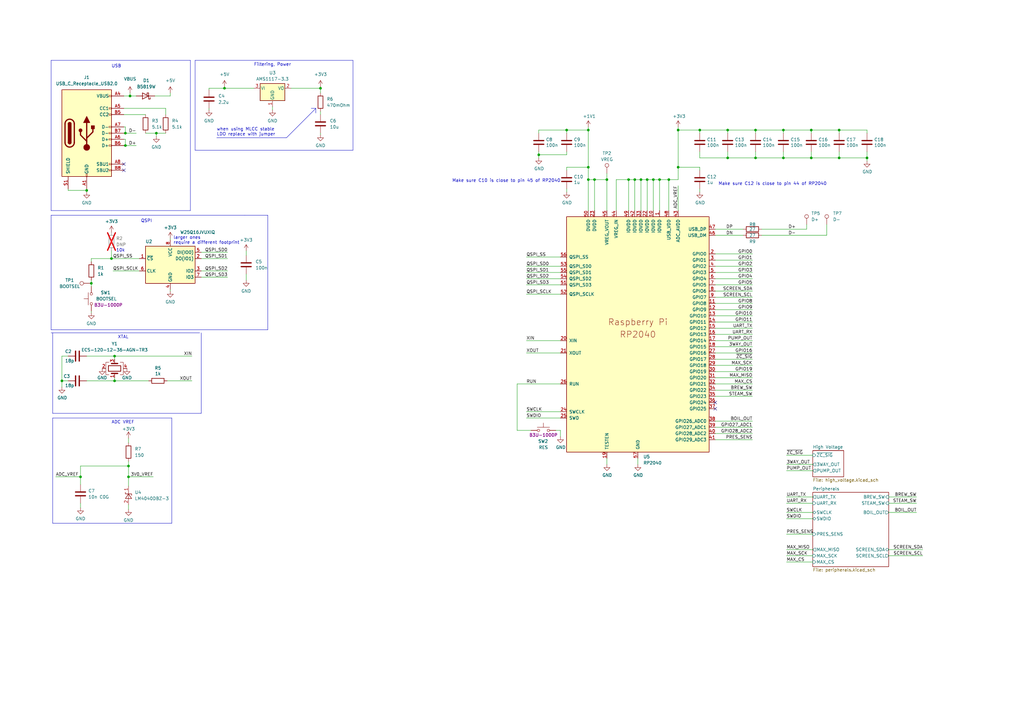
<source format=kicad_sch>
(kicad_sch (version 20231120) (generator "eeschema") (generator_version "8.0")
  (paper "A3")
  (lib_symbols
    (symbol "Connector:TestPoint" (pin_numbers hide) (pin_names (offset 0.762) hide)
      (property "Reference" "TP" (at 0 6.858 0))
      (property "Value" "TestPoint" (at 0 5.08 0))
      (symbol "TestPoint_1_1"
        (pin passive line (at 0 0 90) (length 2.54) (name "1") (number "1"))
      )
    )
    (symbol "Connector:USB_C_Receptacle_USB2.0" (pin_names (offset 1.016))
      (property "Reference" "J" (at -10.16 19.05 0))
      (property "Value" "USB_C_Receptacle_USB2.0" (at 19.05 19.05 0))
      (symbol "USB_C_Receptacle_USB2.0_1_1"
        (pin passive line (at 0 -22.86 90) (length 5.08) (name "GND") (number "A1"))
        (pin passive line (at 0 -22.86 90) (length 5.08) hide (name "GND") (number "A12"))
        (pin passive line (at 15.24 15.24 180) (length 5.08) (name "VBUS") (number "A4"))
        (pin bidirectional line (at 15.24 10.16 180) (length 5.08) (name "CC1") (number "A5"))
        (pin bidirectional line (at 15.24 -2.54 180) (length 5.08) (name "D+") (number "A6"))
        (pin bidirectional line (at 15.24 2.54 180) (length 5.08) (name "D-") (number "A7"))
        (pin bidirectional line (at 15.24 -12.7 180) (length 5.08) (name "SBU1") (number "A8"))
        (pin passive line (at 15.24 15.24 180) (length 5.08) hide (name "VBUS") (number "A9"))
        (pin passive line (at 0 -22.86 90) (length 5.08) hide (name "GND") (number "B1"))
        (pin passive line (at 0 -22.86 90) (length 5.08) hide (name "GND") (number "B12"))
        (pin passive line (at 15.24 15.24 180) (length 5.08) hide (name "VBUS") (number "B4"))
        (pin bidirectional line (at 15.24 7.62 180) (length 5.08) (name "CC2") (number "B5"))
        (pin bidirectional line (at 15.24 -5.08 180) (length 5.08) (name "D+") (number "B6"))
        (pin bidirectional line (at 15.24 0 180) (length 5.08) (name "D-") (number "B7"))
        (pin bidirectional line (at 15.24 -15.24 180) (length 5.08) (name "SBU2") (number "B8"))
        (pin passive line (at 15.24 15.24 180) (length 5.08) hide (name "VBUS") (number "B9"))
        (pin passive line (at -7.62 -22.86 90) (length 5.08) (name "SHIELD") (number "S1"))
      )
    )
    (symbol "Device:C" (pin_numbers hide) (pin_names (offset 0.254))
      (property "Reference" "C" (at 0.635 2.54 0))
      (property "Value" "C" (at 0.635 -2.54 0))
      (symbol "C_1_1"
        (pin passive line (at 0 3.81 270) (length 2.794) (name "~") (number "1"))
        (pin passive line (at 0 -3.81 90) (length 2.794) (name "~") (number "2"))
      )
    )
    (symbol "Device:Crystal_GND24" (pin_names (offset 1.016) hide)
      (property "Reference" "Y" (at 3.175 5.08 0))
      (property "Value" "Crystal_GND24" (at 3.175 3.175 0))
      (symbol "Crystal_GND24_1_1"
        (pin passive line (at -3.81 0 0) (length 1.27) (name "1") (number "1"))
        (pin passive line (at 0 5.08 270) (length 1.27) (name "2") (number "2"))
        (pin passive line (at 3.81 0 180) (length 1.27) (name "3") (number "3"))
        (pin passive line (at 0 -5.08 90) (length 1.27) (name "4") (number "4"))
      )
    )
    (symbol "Device:D_Schottky" (pin_numbers hide) (pin_names (offset 1.016) hide)
      (property "Reference" "D" (at 0 2.54 0))
      (property "Value" "D_Schottky" (at 0 -2.54 0))
      (symbol "D_Schottky_1_1"
        (pin passive line (at -3.81 0 0) (length 2.54) (name "K") (number "1"))
        (pin passive line (at 3.81 0 180) (length 2.54) (name "A") (number "2"))
      )
    )
    (symbol "Device:R" (pin_numbers hide) (pin_names (offset 0))
      (property "Reference" "R" (at 2.032 0 90))
      (property "Value" "R" (at 0 0 90))
      (symbol "R_1_1"
        (pin passive line (at 0 3.81 270) (length 1.27) (name "~") (number "1"))
        (pin passive line (at 0 -3.81 90) (length 1.27) (name "~") (number "2"))
      )
    )
    (symbol "MCU_RaspberryPi_RP2040:RP2040" (pin_names (offset 1.016))
      (property "Reference" "U" (at -29.21 49.53 0))
      (property "Value" "RP2040" (at 24.13 -49.53 0))
      (symbol "RP2040_0_0"
        (text "Raspberry Pi" (at 0 5.08 0) (effects (font (size 2.54 2.54))))
        (text "RP2040" (at 0 0 0) (effects (font (size 2.54 2.54))))
      )
      (symbol "RP2040_1_1"
        (pin power_in line (at 8.89 50.8 270) (length 2.54) (name "IOVDD") (number "1"))
        (pin power_in line (at 6.35 50.8 270) (length 2.54) (name "IOVDD") (number "10"))
        (pin bidirectional line (at 31.75 12.7 180) (length 2.54) (name "GPIO8") (number "11"))
        (pin bidirectional line (at 31.75 10.16 180) (length 2.54) (name "GPIO9") (number "12"))
        (pin bidirectional line (at 31.75 7.62 180) (length 2.54) (name "GPIO10") (number "13"))
        (pin bidirectional line (at 31.75 5.08 180) (length 2.54) (name "GPIO11") (number "14"))
        (pin bidirectional line (at 31.75 2.54 180) (length 2.54) (name "GPIO12") (number "15"))
        (pin bidirectional line (at 31.75 0 180) (length 2.54) (name "GPIO13") (number "16"))
        (pin bidirectional line (at 31.75 -2.54 180) (length 2.54) (name "GPIO14") (number "17"))
        (pin bidirectional line (at 31.75 -5.08 180) (length 2.54) (name "GPIO15") (number "18"))
        (pin passive line (at -12.7 -50.8 90) (length 2.54) (name "TESTEN") (number "19"))
        (pin bidirectional line (at 31.75 33.02 180) (length 2.54) (name "GPIO0") (number "2"))
        (pin input line (at -31.75 -2.54 0) (length 2.54) (name "XIN") (number "20"))
        (pin passive line (at -31.75 -7.62 0) (length 2.54) (name "XOUT") (number "21"))
        (pin power_in line (at 3.81 50.8 270) (length 2.54) (name "IOVDD") (number "22"))
        (pin power_in line (at -17.78 50.8 270) (length 2.54) (name "DVDD") (number "23"))
        (pin output line (at -31.75 -31.75 0) (length 2.54) (name "SWCLK") (number "24"))
        (pin bidirectional line (at -31.75 -34.29 0) (length 2.54) (name "SWD") (number "25"))
        (pin input line (at -31.75 -20.32 0) (length 2.54) (name "RUN") (number "26"))
        (pin bidirectional line (at 31.75 -7.62 180) (length 2.54) (name "GPIO16") (number "27"))
        (pin bidirectional line (at 31.75 -10.16 180) (length 2.54) (name "GPIO17") (number "28"))
        (pin bidirectional line (at 31.75 -12.7 180) (length 2.54) (name "GPIO18") (number "29"))
        (pin bidirectional line (at 31.75 30.48 180) (length 2.54) (name "GPIO1") (number "3"))
        (pin bidirectional line (at 31.75 -15.24 180) (length 2.54) (name "GPIO19") (number "30"))
        (pin bidirectional line (at 31.75 -17.78 180) (length 2.54) (name "GPIO20") (number "31"))
        (pin bidirectional line (at 31.75 -20.32 180) (length 2.54) (name "GPIO21") (number "32"))
        (pin power_in line (at 1.27 50.8 270) (length 2.54) (name "IOVDD") (number "33"))
        (pin bidirectional line (at 31.75 -22.86 180) (length 2.54) (name "GPIO22") (number "34"))
        (pin bidirectional line (at 31.75 -25.4 180) (length 2.54) (name "GPIO23") (number "35"))
        (pin bidirectional line (at 31.75 -27.94 180) (length 2.54) (name "GPIO24") (number "36"))
        (pin bidirectional line (at 31.75 -30.48 180) (length 2.54) (name "GPIO25") (number "37"))
        (pin bidirectional line (at 31.75 -35.56 180) (length 2.54) (name "GPIO26_ADC0") (number "38"))
        (pin bidirectional line (at 31.75 -38.1 180) (length 2.54) (name "GPIO27_ADC1") (number "39"))
        (pin bidirectional line (at 31.75 27.94 180) (length 2.54) (name "GPIO2") (number "4"))
        (pin bidirectional line (at 31.75 -40.64 180) (length 2.54) (name "GPIO28_ADC2") (number "40"))
        (pin bidirectional line (at 31.75 -43.18 180) (length 2.54) (name "GPIO29_ADC3") (number "41"))
        (pin power_in line (at -1.27 50.8 270) (length 2.54) (name "IOVDD") (number "42"))
        (pin power_in line (at 16.51 50.8 270) (length 2.54) (name "ADC_AVDD") (number "43"))
        (pin power_in line (at -8.89 50.8 270) (length 2.54) (name "VREG_IN") (number "44"))
        (pin power_out line (at -12.7 50.8 270) (length 2.54) (name "VREG_VOUT") (number "45"))
        (pin bidirectional line (at 31.75 40.64 180) (length 2.54) (name "USB_DM") (number "46"))
        (pin bidirectional line (at 31.75 43.18 180) (length 2.54) (name "USB_DP") (number "47"))
        (pin power_in line (at 12.7 50.8 270) (length 2.54) (name "USB_VDD") (number "48"))
        (pin power_in line (at -3.81 50.8 270) (length 2.54) (name "IOVDD") (number "49"))
        (pin bidirectional line (at 31.75 25.4 180) (length 2.54) (name "GPIO3") (number "5"))
        (pin power_in line (at -20.32 50.8 270) (length 2.54) (name "DVDD") (number "50"))
        (pin bidirectional line (at -31.75 20.32 0) (length 2.54) (name "QSPI_SD3") (number "51"))
        (pin output line (at -31.75 16.51 0) (length 2.54) (name "QSPI_SCLK") (number "52"))
        (pin bidirectional line (at -31.75 27.94 0) (length 2.54) (name "QSPI_SD0") (number "53"))
        (pin bidirectional line (at -31.75 22.86 0) (length 2.54) (name "QSPI_SD2") (number "54"))
        (pin bidirectional line (at -31.75 25.4 0) (length 2.54) (name "QSPI_SD1") (number "55"))
        (pin bidirectional line (at -31.75 31.75 0) (length 2.54) (name "QSPI_SS") (number "56"))
        (pin power_in line (at 0 -50.8 90) (length 2.54) (name "GND") (number "57"))
        (pin bidirectional line (at 31.75 22.86 180) (length 2.54) (name "GPIO4") (number "6"))
        (pin bidirectional line (at 31.75 20.32 180) (length 2.54) (name "GPIO5") (number "7"))
        (pin bidirectional line (at 31.75 17.78 180) (length 2.54) (name "GPIO6") (number "8"))
        (pin bidirectional line (at 31.75 15.24 180) (length 2.54) (name "GPIO7") (number "9"))
      )
    )
    (symbol "Memory_Flash:W25Q128JVS"
      (property "Reference" "U" (at -8.89 8.89 0))
      (property "Value" "W25Q128JVS" (at 7.62 8.89 0))
      (symbol "W25Q128JVS_1_1"
        (pin input line (at -12.7 2.54 0) (length 2.54) (name "~{CS}") (number "1"))
        (pin bidirectional line (at 12.7 2.54 180) (length 2.54) (name "DO(IO1)") (number "2"))
        (pin bidirectional line (at 12.7 -2.54 180) (length 2.54) (name "IO2") (number "3"))
        (pin power_in line (at 0 -10.16 90) (length 2.54) (name "GND") (number "4"))
        (pin bidirectional line (at 12.7 5.08 180) (length 2.54) (name "DI(IO0)") (number "5"))
        (pin input line (at -12.7 -2.54 0) (length 2.54) (name "CLK") (number "6"))
        (pin bidirectional line (at 12.7 -5.08 180) (length 2.54) (name "IO3") (number "7"))
        (pin power_in line (at 0 10.16 270) (length 2.54) (name "VCC") (number "8"))
      )
    )
    (symbol "Reference_Voltage:LM4040DBZ-3" (pin_names (offset 0.0254) hide)
      (property "Reference" "U" (at 0 2.54 0))
      (property "Value" "LM4040DBZ-3" (at 0 -3.175 0))
      (symbol "LM4040DBZ-3_1_1"
        (pin passive line (at 3.81 0 180) (length 2.54) (name "K") (number "1"))
        (pin passive line (at -3.81 0 0) (length 2.54) (name "A") (number "2"))
      )
    )
    (symbol "Regulator_Linear:TLV1117-33" (pin_names (offset 0.254))
      (property "Reference" "U" (at -3.81 3.175 0))
      (property "Value" "TLV1117-33" (at 0 3.175 0))
      (symbol "TLV1117-33_1_1"
        (pin power_in line (at 0 -7.62 90) (length 2.54) (name "GND") (number "1"))
        (pin power_out line (at 7.62 0 180) (length 2.54) (name "VO") (number "2"))
        (pin power_in line (at -7.62 0 0) (length 2.54) (name "VI") (number "3"))
      )
    )
    (symbol "Switch:SW_Push" (pin_numbers hide) (pin_names (offset 1.016) hide)
      (property "Reference" "SW" (at 1.27 2.54 0))
      (property "Value" "SW_Push" (at 0 -1.524 0))
      (symbol "SW_Push_0_1"
        (pin passive line (at -5.08 0 0) (length 2.54) (name "1") (number "1"))
        (pin passive line (at 5.08 0 180) (length 2.54) (name "2") (number "2"))
      )
    )
    (symbol "power:+1V1" (power) (pin_names (offset 0))
      (property "Value" "+1V1" (at 0 3.556 0))
      (symbol "+1V1_1_1"
        (pin power_in line (at 0 0 90) (length 0) hide (name "+1V1") (number "1"))
      )
    )
    (symbol "power:+3V3" (power) (pin_names (offset 0))
      (property "Value" "+3V3" (at 0 3.556 0))
      (symbol "+3V3_1_1"
        (pin power_in line (at 0 0 90) (length 0) hide (name "+3V3") (number "1"))
      )
    )
    (symbol "power:+5V" (power) (pin_names (offset 0))
      (property "Value" "+5V" (at 0 3.556 0))
      (symbol "+5V_1_1"
        (pin power_in line (at 0 0 90) (length 0) hide (name "+5V") (number "1"))
      )
    )
    (symbol "power:GND" (power) (pin_names (offset 0))
      (property "Value" "GND" (at 0 -3.81 0))
      (symbol "GND_1_1"
        (pin power_in line (at 0 0 270) (length 0) hide (name "GND") (number "1"))
      )
    )
    (symbol "power:VBUS" (power) (pin_names (offset 0))
      (property "Value" "VBUS" (at 0 3.81 0))
      (symbol "VBUS_1_1"
        (pin power_in line (at 0 0 90) (length 0) hide (name "VBUS") (number "1"))
      )
    )
  )
  (junction (at 241.3 53.34))
  (junction (at 262.89 73.66))
  (junction (at 64.135 54.61))
  (junction (at 232.41 53.34))
  (junction (at 37.465 116.205))
  (junction (at 33.02 195.58))
  (junction (at 51.435 54.61))
  (junction (at 45.72 106.045))
  (junction (at 321.31 64.77))
  (junction (at 344.17 64.77))
  (junction (at 344.17 53.34))
  (junction (at 243.84 73.66))
  (junction (at 92.075 36.195))
  (junction (at 309.88 53.34))
  (junction (at 35.56 78.105))
  (junction (at 25.4 156.21))
  (junction (at 46.99 146.05))
  (junction (at 265.43 73.66))
  (junction (at 260.35 73.66))
  (junction (at 52.705 191.135))
  (junction (at 274.32 73.66))
  (junction (at 52.705 195.58))
  (junction (at 321.31 53.34))
  (junction (at 270.51 73.66))
  (junction (at 241.3 68.58))
  (junction (at 298.45 64.77))
  (junction (at 257.81 73.66))
  (junction (at 355.6 64.77))
  (junction (at 278.13 68.58))
  (junction (at 278.13 53.34))
  (junction (at 220.98 63.5))
  (junction (at 53.34 39.37))
  (junction (at 46.99 156.21))
  (junction (at 248.92 73.66))
  (junction (at 309.88 64.77))
  (junction (at 267.97 73.66))
  (junction (at 287.02 53.34))
  (junction (at 298.45 53.34))
  (junction (at 332.74 53.34))
  (junction (at 131.445 36.195))
  (junction (at 51.435 59.69))
  (junction (at 241.3 73.66))
  (junction (at 332.74 64.77))
  (no_connect (at 293.37 167.64))
  (no_connect (at 293.37 165.1))
  (no_connect (at 50.8 69.85))
  (no_connect (at 50.8 67.31))
  (wire (pts (xy 36.83 116.205) (xy 37.465 116.205)))
  (wire (pts (xy 332.74 64.77) (xy 321.31 64.77)))
  (wire (pts (xy 35.56 146.05) (xy 46.99 146.05)))
  (polyline (pts (xy 100.33 88.265) (xy 20.955 88.265)))
  (wire (pts (xy 243.84 86.36) (xy 243.84 73.66)))
  (wire (pts (xy 344.17 62.23) (xy 344.17 64.77)))
  (wire (pts (xy 262.89 86.36) (xy 262.89 73.66)))
  (wire (pts (xy 35.56 78.105) (xy 35.56 77.47)))
  (wire (pts (xy 293.37 149.86) (xy 308.61 149.86)))
  (wire (pts (xy 321.31 64.77) (xy 309.88 64.77)))
  (wire (pts (xy 298.45 54.61) (xy 298.45 53.34)))
  (wire (pts (xy 309.88 54.61) (xy 309.88 53.34)))
  (wire (pts (xy 270.51 73.66) (xy 274.32 73.66)))
  (wire (pts (xy 229.87 105.41) (xy 215.9 105.41)))
  (wire (pts (xy 212.09 157.48) (xy 212.09 176.53)))
  (polyline (pts (xy 82.55 169.545) (xy 82.55 136.525)))
  (wire (pts (xy 51.435 52.07) (xy 50.8 52.07)))
  (wire (pts (xy 344.17 64.77) (xy 355.6 64.77)))
  (wire (pts (xy 232.41 54.61) (xy 232.41 53.34)))
  (wire (pts (xy 262.89 73.66) (xy 265.43 73.66)))
  (wire (pts (xy 293.37 106.68) (xy 308.61 106.68)))
  (wire (pts (xy 37.465 106.045) (xy 45.72 106.045)))
  (wire (pts (xy 232.41 63.5) (xy 232.41 62.23)))
  (polyline (pts (xy 144.78 61.595) (xy 144.78 24.765)))
  (wire (pts (xy 93.345 106.045) (xy 82.55 106.045)))
  (wire (pts (xy 229.87 171.45) (xy 215.9 171.45)))
  (wire (pts (xy 293.37 157.48) (xy 308.61 157.48)))
  (wire (pts (xy 293.37 162.56) (xy 308.61 162.56)))
  (wire (pts (xy 293.37 109.22) (xy 308.61 109.22)))
  (wire (pts (xy 35.56 78.74) (xy 35.56 78.105)))
  (wire (pts (xy 46.99 154.94) (xy 46.99 156.21)))
  (wire (pts (xy 344.17 53.34) (xy 355.6 53.34)))
  (wire (pts (xy 293.37 144.78) (xy 308.61 144.78)))
  (polyline (pts (xy 21.59 214.63) (xy 70.485 214.63)))
  (wire (pts (xy 322.58 203.835) (xy 333.375 203.835)))
  (polyline (pts (xy 20.955 86.36) (xy 78.105 86.36)))
  (wire (pts (xy 364.49 203.835) (xy 375.92 203.835)))
  (wire (pts (xy 232.41 53.34) (xy 241.3 53.34)))
  (wire (pts (xy 22.86 195.58) (xy 33.02 195.58)))
  (wire (pts (xy 92.075 35.56) (xy 92.075 36.195)))
  (wire (pts (xy 215.9 109.22) (xy 229.87 109.22)))
  (wire (pts (xy 293.37 180.34) (xy 308.61 180.34)))
  (wire (pts (xy 321.31 62.23) (xy 321.31 64.77)))
  (wire (pts (xy 298.45 53.34) (xy 309.88 53.34)))
  (wire (pts (xy 322.58 193.04) (xy 333.375 193.04)))
  (wire (pts (xy 293.37 104.14) (xy 308.61 104.14)))
  (wire (pts (xy 69.85 39.37) (xy 63.5 39.37)))
  (wire (pts (xy 355.6 53.34) (xy 355.6 54.61)))
  (polyline (pts (xy 80.01 24.765) (xy 80.01 61.595)))
  (wire (pts (xy 100.965 114.935) (xy 100.965 112.395)))
  (wire (pts (xy 364.49 225.425) (xy 378.46 225.425)))
  (wire (pts (xy 85.725 44.45) (xy 85.725 45.085)))
  (wire (pts (xy 93.345 113.665) (xy 82.55 113.665)))
  (wire (pts (xy 93.345 103.505) (xy 82.55 103.505)))
  (polyline (pts (xy 88.9 56.515) (xy 117.475 56.515)))
  (wire (pts (xy 298.45 64.77) (xy 287.02 64.77)))
  (wire (pts (xy 85.725 36.195) (xy 92.075 36.195)))
  (wire (pts (xy 220.98 63.5) (xy 220.98 64.77)))
  (wire (pts (xy 274.32 73.66) (xy 278.13 73.66)))
  (polyline (pts (xy 117.475 56.515) (xy 129.54 44.45)))
  (wire (pts (xy 37.465 106.045) (xy 37.465 107.315)))
  (wire (pts (xy 248.92 86.36) (xy 248.92 73.66)))
  (wire (pts (xy 50.8 46.99) (xy 59.69 46.99)))
  (polyline (pts (xy 81.915 136.525) (xy 20.955 136.525)))
  (polyline (pts (xy 20.955 88.265) (xy 20.955 135.255)))
  (wire (pts (xy 46.99 146.05) (xy 46.99 147.32)))
  (wire (pts (xy 248.92 187.96) (xy 248.92 190.5)))
  (wire (pts (xy 287.02 53.34) (xy 298.45 53.34)))
  (wire (pts (xy 293.37 134.62) (xy 308.61 134.62)))
  (wire (pts (xy 278.13 76.2) (xy 278.13 86.36)))
  (wire (pts (xy 52.705 195.58) (xy 52.705 199.39)))
  (wire (pts (xy 227.965 176.53) (xy 229.87 176.53)))
  (wire (pts (xy 287.02 54.61) (xy 287.02 53.34)))
  (wire (pts (xy 25.4 156.21) (xy 25.4 158.75)))
  (wire (pts (xy 278.13 52.07) (xy 278.13 53.34)))
  (wire (pts (xy 355.6 64.77) (xy 355.6 66.04)))
  (wire (pts (xy 322.58 219.075) (xy 333.375 219.075)))
  (wire (pts (xy 215.9 139.7) (xy 229.87 139.7)))
  (wire (pts (xy 293.37 96.52) (xy 304.8 96.52)))
  (wire (pts (xy 85.725 36.195) (xy 85.725 36.83)))
  (polyline (pts (xy 100.33 88.265) (xy 109.855 88.265)))
  (wire (pts (xy 52.705 179.705) (xy 52.705 181.61)))
  (wire (pts (xy 232.41 77.47) (xy 232.41 78.74)))
  (wire (pts (xy 260.35 73.66) (xy 262.89 73.66)))
  (wire (pts (xy 51.435 52.07) (xy 51.435 54.61)))
  (polyline (pts (xy 80.01 61.595) (xy 144.78 61.595)))
  (wire (pts (xy 52.705 208.915) (xy 52.705 207.01)))
  (wire (pts (xy 52.705 195.58) (xy 62.865 195.58)))
  (wire (pts (xy 252.73 73.66) (xy 257.81 73.66)))
  (wire (pts (xy 344.17 54.61) (xy 344.17 53.34)))
  (wire (pts (xy 33.02 195.58) (xy 33.02 198.755)))
  (wire (pts (xy 309.88 62.23) (xy 309.88 64.77)))
  (wire (pts (xy 220.98 63.5) (xy 232.41 63.5)))
  (wire (pts (xy 25.4 146.05) (xy 25.4 156.21)))
  (wire (pts (xy 278.13 68.58) (xy 278.13 73.66)))
  (polyline (pts (xy 70.485 171.45) (xy 21.59 171.45)))
  (polyline (pts (xy 20.955 24.765) (xy 20.955 86.36)))
  (wire (pts (xy 293.37 121.92) (xy 308.61 121.92)))
  (wire (pts (xy 287.02 77.47) (xy 287.02 78.74)))
  (wire (pts (xy 364.49 206.375) (xy 375.92 206.375)))
  (wire (pts (xy 131.445 45.72) (xy 131.445 46.99)))
  (wire (pts (xy 248.92 73.66) (xy 243.84 73.66)))
  (wire (pts (xy 293.37 114.3) (xy 308.61 114.3)))
  (wire (pts (xy 51.435 54.61) (xy 50.8 54.61)))
  (wire (pts (xy 229.87 120.65) (xy 215.9 120.65)))
  (wire (pts (xy 267.97 86.36) (xy 267.97 73.66)))
  (wire (pts (xy 322.58 225.425) (xy 333.375 225.425)))
  (wire (pts (xy 265.43 73.66) (xy 267.97 73.66)))
  (wire (pts (xy 51.435 57.15) (xy 51.435 59.69)))
  (wire (pts (xy 212.09 176.53) (xy 217.805 176.53)))
  (wire (pts (xy 215.9 168.91) (xy 229.87 168.91)))
  (wire (pts (xy 45.72 106.045) (xy 57.15 106.045)))
  (wire (pts (xy 100.965 102.87) (xy 100.965 104.775)))
  (wire (pts (xy 68.58 156.21) (xy 78.74 156.21)))
  (wire (pts (xy 52.705 191.135) (xy 52.705 195.58)))
  (wire (pts (xy 293.37 111.76) (xy 308.61 111.76)))
  (wire (pts (xy 293.37 175.26) (xy 308.61 175.26)))
  (wire (pts (xy 261.62 187.96) (xy 261.62 190.5)))
  (wire (pts (xy 93.345 111.125) (xy 82.55 111.125)))
  (wire (pts (xy 278.13 53.34) (xy 278.13 68.58)))
  (wire (pts (xy 131.445 54.61) (xy 131.445 55.245)))
  (wire (pts (xy 37.465 117.475) (xy 37.465 116.205)))
  (wire (pts (xy 293.37 177.8) (xy 308.61 177.8)))
  (wire (pts (xy 293.37 127) (xy 308.61 127)))
  (wire (pts (xy 53.34 39.37) (xy 55.88 39.37)))
  (wire (pts (xy 131.445 35.56) (xy 131.445 36.195)))
  (wire (pts (xy 321.31 54.61) (xy 321.31 53.34)))
  (wire (pts (xy 293.37 132.08) (xy 308.61 132.08)))
  (polyline (pts (xy 70.485 214.63) (xy 70.485 171.45)))
  (wire (pts (xy 215.9 116.84) (xy 229.87 116.84)))
  (wire (pts (xy 293.37 152.4) (xy 308.61 152.4)))
  (wire (pts (xy 322.58 230.505) (xy 333.375 230.505)))
  (wire (pts (xy 332.74 53.34) (xy 344.17 53.34)))
  (wire (pts (xy 322.58 190.5) (xy 333.375 190.5)))
  (wire (pts (xy 321.31 53.34) (xy 332.74 53.34)))
  (wire (pts (xy 322.58 227.965) (xy 333.375 227.965)))
  (wire (pts (xy 45.72 102.87) (xy 45.72 106.045)))
  (wire (pts (xy 330.835 92.075) (xy 330.835 93.98)))
  (wire (pts (xy 298.45 62.23) (xy 298.45 64.77)))
  (polyline (pts (xy 144.78 24.765) (xy 80.01 24.765)))
  (wire (pts (xy 50.8 44.45) (xy 67.945 44.45)))
  (wire (pts (xy 265.43 86.36) (xy 265.43 73.66)))
  (wire (pts (xy 293.37 154.94) (xy 308.61 154.94)))
  (wire (pts (xy 64.135 54.61) (xy 67.945 54.61)))
  (wire (pts (xy 252.73 86.36) (xy 252.73 73.66)))
  (wire (pts (xy 119.38 36.195) (xy 131.445 36.195)))
  (wire (pts (xy 69.85 119.38) (xy 69.85 118.745)))
  (wire (pts (xy 52.705 189.23) (xy 52.705 191.135)))
  (wire (pts (xy 67.945 46.99) (xy 67.945 44.45)))
  (wire (pts (xy 232.41 68.58) (xy 241.3 68.58)))
  (wire (pts (xy 215.9 114.3) (xy 229.87 114.3)))
  (wire (pts (xy 248.92 71.12) (xy 248.92 73.66)))
  (wire (pts (xy 332.74 62.23) (xy 332.74 64.77)))
  (wire (pts (xy 364.49 227.965) (xy 378.46 227.965)))
  (wire (pts (xy 287.02 69.85) (xy 287.02 68.58)))
  (polyline (pts (xy 20.955 135.255) (xy 109.855 135.255)))
  (wire (pts (xy 69.85 97.79) (xy 69.85 98.425)))
  (polyline (pts (xy 127.635 44.45) (xy 129.54 44.45)))
  (wire (pts (xy 274.32 86.36) (xy 274.32 73.66)))
  (wire (pts (xy 37.465 128.27) (xy 37.465 127.635)))
  (wire (pts (xy 229.87 144.78) (xy 215.9 144.78)))
  (wire (pts (xy 355.6 62.23) (xy 355.6 64.77)))
  (wire (pts (xy 212.09 157.48) (xy 229.87 157.48)))
  (wire (pts (xy 278.13 68.58) (xy 287.02 68.58)))
  (wire (pts (xy 220.98 54.61) (xy 220.98 53.34)))
  (wire (pts (xy 293.37 147.32) (xy 308.61 147.32)))
  (wire (pts (xy 51.435 59.69) (xy 55.88 59.69)))
  (wire (pts (xy 51.435 57.15) (xy 50.8 57.15)))
  (wire (pts (xy 293.37 142.24) (xy 308.61 142.24)))
  (wire (pts (xy 344.17 64.77) (xy 332.74 64.77)))
  (wire (pts (xy 322.58 212.725) (xy 333.375 212.725)))
  (wire (pts (xy 50.8 39.37) (xy 53.34 39.37)))
  (wire (pts (xy 243.84 73.66) (xy 241.3 73.66)))
  (wire (pts (xy 364.49 210.185) (xy 375.92 210.185)))
  (wire (pts (xy 33.02 191.135) (xy 33.02 195.58)))
  (wire (pts (xy 53.34 38.1) (xy 53.34 39.37)))
  (wire (pts (xy 37.465 116.205) (xy 37.465 114.935)))
  (wire (pts (xy 33.02 208.28) (xy 33.02 206.375)))
  (polyline (pts (xy 109.855 135.255) (xy 109.855 88.265)))
  (wire (pts (xy 232.41 69.85) (xy 232.41 68.58)))
  (wire (pts (xy 322.58 206.375) (xy 333.375 206.375)))
  (wire (pts (xy 257.81 86.36) (xy 257.81 73.66)))
  (wire (pts (xy 46.99 156.21) (xy 60.96 156.21)))
  (wire (pts (xy 51.435 59.69) (xy 50.8 59.69)))
  (wire (pts (xy 215.9 111.76) (xy 229.87 111.76)))
  (wire (pts (xy 270.51 73.66) (xy 270.51 86.36)))
  (wire (pts (xy 339.09 92.075) (xy 339.09 96.52)))
  (wire (pts (xy 27.94 77.47) (xy 27.94 78.105)))
  (wire (pts (xy 111.76 43.815) (xy 111.76 45.085)))
  (wire (pts (xy 260.35 86.36) (xy 260.35 73.66)))
  (wire (pts (xy 293.37 137.16) (xy 308.61 137.16)))
  (wire (pts (xy 332.74 54.61) (xy 332.74 53.34)))
  (wire (pts (xy 27.94 146.05) (xy 25.4 146.05)))
  (polyline (pts (xy 129.54 44.45) (xy 129.54 46.355)))
  (wire (pts (xy 293.37 119.38) (xy 308.61 119.38)))
  (wire (pts (xy 257.81 73.66) (xy 260.35 73.66)))
  (wire (pts (xy 293.37 124.46) (xy 308.61 124.46)))
  (wire (pts (xy 241.3 68.58) (xy 241.3 73.66)))
  (wire (pts (xy 131.445 36.195) (xy 131.445 38.1)))
  (wire (pts (xy 309.88 64.77) (xy 298.45 64.77)))
  (wire (pts (xy 51.435 54.61) (xy 55.88 54.61)))
  (wire (pts (xy 220.98 53.34) (xy 232.41 53.34)))
  (wire (pts (xy 293.37 116.84) (xy 308.61 116.84)))
  (wire (pts (xy 35.56 156.21) (xy 46.99 156.21)))
  (wire (pts (xy 220.98 62.23) (xy 220.98 63.5)))
  (wire (pts (xy 322.58 186.69) (xy 333.375 186.69)))
  (wire (pts (xy 287.02 62.23) (xy 287.02 64.77)))
  (wire (pts (xy 293.37 172.72) (xy 308.61 172.72)))
  (wire (pts (xy 293.37 129.54) (xy 308.61 129.54)))
  (wire (pts (xy 46.355 111.125) (xy 57.15 111.125)))
  (wire (pts (xy 46.99 146.05) (xy 78.74 146.05)))
  (wire (pts (xy 27.94 78.105) (xy 35.56 78.105)))
  (wire (pts (xy 322.58 210.185) (xy 333.375 210.185)))
  (wire (pts (xy 92.075 36.195) (xy 104.14 36.195)))
  (wire (pts (xy 27.94 156.21) (xy 25.4 156.21)))
  (wire (pts (xy 64.135 55.88) (xy 64.135 54.61)))
  (polyline (pts (xy 21.59 136.525) (xy 21.59 169.545)))
  (wire (pts (xy 241.3 52.07) (xy 241.3 53.34)))
  (wire (pts (xy 278.13 53.34) (xy 287.02 53.34)))
  (polyline (pts (xy 21.59 169.545) (xy 82.55 169.545)))
  (wire (pts (xy 241.3 53.34) (xy 241.3 68.58)))
  (polyline (pts (xy 78.105 86.36) (xy 78.105 24.765)))
  (wire (pts (xy 293.37 160.02) (xy 308.61 160.02)))
  (wire (pts (xy 312.42 96.52) (xy 339.09 96.52)))
  (wire (pts (xy 293.37 139.7) (xy 308.61 139.7)))
  (wire (pts (xy 33.02 191.135) (xy 52.705 191.135)))
  (wire (pts (xy 312.42 93.98) (xy 330.835 93.98)))
  (wire (pts (xy 241.3 73.66) (xy 241.3 86.36)))
  (wire (pts (xy 309.88 53.34) (xy 321.31 53.34)))
  (wire (pts (xy 59.69 54.61) (xy 64.135 54.61)))
  (polyline (pts (xy 21.59 171.45) (xy 21.59 214.63)))
  (wire (pts (xy 293.37 93.98) (xy 304.8 93.98)))
  (wire (pts (xy 267.97 73.66) (xy 270.51 73.66)))
  (wire (pts (xy 229.87 176.53) (xy 229.87 179.07)))
  (wire (pts (xy 69.85 38.1) (xy 69.85 39.37)))
  (polyline (pts (xy 78.105 24.765) (xy 20.955 24.765)))
  (text "Filtering, Power" (at 104.14 27.305 0) (effects (font (size 1.27 1.27)) (justify left bottom)))
  (text "ADC VREF" (at 45.72 173.99 0) (effects (font (size 1.27 1.27)) (justify left bottom)))
  (text "USB" (at 45.72 27.94 0) (effects (font (size 1.27 1.27)) (justify left bottom)))
  (text "when using MLCC stable\nLDO replace with jumper" (at 88.9 55.88 0) (effects (font (size 1.27 1.27)) (justify left bottom)))
  (text "Make sure C12 is close to pin 44 of RP2040" (at 294.64 76.2 0) (effects (font (size 1.27 1.27)) (justify left bottom)))
  (text "Make sure C10 is close to pin 45 of RP2040" (at 185.42 74.93 0) (effects (font (size 1.27 1.27)) (justify left bottom)))
  (text "10k" (at 47.625 103.505 0) (effects (font (size 1.27 1.27)) (justify left bottom)))
  (text "larger ones\nrequire a different footprint" (at 71.12 100.33 0) (effects (font (size 1.27 1.27)) (justify left bottom)))
  (text "XTAL" (at 48.26 139.065 0) (effects (font (size 1.27 1.27)) (justify left bottom)))
  (text "QSPI" (at 57.785 91.44 0) (effects (font (size 1.27 1.27)) (justify left bottom)))
  (label "GPIO27_ADC1" (at 308.61 175.26 180))
  (label "GPIO16" (at 308.61 144.78 180))
  (label "QSPI_SD0" (at 93.345 103.505 180))
  (label "DN" (at 297.815 96.52 0) (property "Netclass" "diif_usb" (effects (hide yes))))
  (label "GPIO9" (at 308.61 127 180))
  (label "3V0_VREF" (at 62.865 195.58 180))
  (label "SWDIO" (at 215.9 171.45 0))
  (label "STEAM_SW" (at 375.92 206.375 180))
  (label "PUMP_OUT" (at 322.58 193.04 0))
  (label "QSPI_SCLK" (at 46.355 111.125 0))
  (label "GPIO1" (at 308.61 106.68 180))
  (label "SCREEN_SDA" (at 308.61 119.38 180))
  (label "XOUT" (at 78.74 156.21 180))
  (label "MAX_MISO" (at 322.58 225.425 0))
  (label "QSPI_SD2" (at 93.345 111.125 180))
  (label "QSPI_SD1" (at 93.345 106.045 180))
  (label "QSPI_SD1" (at 215.9 111.76 0))
  (label "BREW_SW" (at 308.61 160.02 180))
  (label "GPIO2" (at 308.61 109.22 180))
  (label "3WAY_OUT" (at 308.61 142.24 180))
  (label "GPIO0" (at 308.61 104.14 180))
  (label "PUMP_OUT" (at 308.61 139.7 180))
  (label "~{ZC_SIG}" (at 322.58 186.69 0))
  (label "GPIO4" (at 308.61 114.3 180))
  (label "UART_TX" (at 322.58 203.835 0))
  (label "SCREEN_SCL" (at 308.61 121.92 180))
  (label "MAX_CS" (at 308.61 157.48 180))
  (label "BOIL_OUT" (at 308.61 172.72 180))
  (label "XIN" (at 78.74 146.05 180))
  (label "PRES_SENS" (at 322.58 219.075 0))
  (label "MAX_MISO" (at 308.61 154.94 180))
  (label "QSPI_SS" (at 215.9 105.41 0))
  (label "BREW_SW" (at 375.92 203.835 180))
  (label "D+" (at 55.88 59.69 180) (property "Netclass" "diif_usb" (effects (hide yes))))
  (label "SWCLK" (at 322.58 210.185 0))
  (label "QSPI_SD2" (at 215.9 114.3 0))
  (label "DP" (at 297.815 93.98 0) (property "Netclass" "diif_usb" (effects (hide yes))))
  (label "D-" (at 55.88 54.61 180) (property "Netclass" "diif_usb" (effects (hide yes))))
  (label "GPIO10" (at 308.61 129.54 180))
  (label "GPIO11" (at 308.61 132.08 180))
  (label "QSPI_SD0" (at 215.9 109.22 0))
  (label "QSPI_SD3" (at 93.345 113.665 180))
  (label "UART_TX" (at 308.61 134.62 180))
  (label "QSPI_SD3" (at 215.9 116.84 0))
  (label "MAX_CS" (at 322.58 230.505 0))
  (label "XIN" (at 215.9 139.7 0))
  (label "3WAY_OUT" (at 322.58 190.5 0))
  (label "XOUT" (at 215.9 144.78 0))
  (label "ADC_VREF" (at 278.13 76.2 270))
  (label "PRES_SENS" (at 308.61 180.34 180))
  (label "GPIO19" (at 308.61 152.4 180))
  (label "MAX_SCK" (at 308.61 149.86 180))
  (label "UART_RX" (at 308.61 137.16 180))
  (label "STEAM_SW" (at 308.61 162.56 180))
  (label "SWCLK" (at 215.9 168.91 0))
  (label "GPIO3" (at 308.61 111.76 180))
  (label "SWDIO" (at 322.58 212.725 0))
  (label "D-" (at 326.39 96.52 180))
  (label "QSPI_SS" (at 46.355 106.045 0))
  (label "ADC_VREF" (at 22.86 195.58 0))
  (label "RUN" (at 215.9 157.48 0))
  (label "D+" (at 326.39 93.98 180))
  (label "BOIL_OUT" (at 375.92 210.185 180))
  (label "SCREEN_SDA" (at 378.46 225.425 180))
  (label "GPIO8" (at 308.61 124.46 180))
  (label "QSPI_SCLK" (at 215.9 120.65 0))
  (label "MAX_SCK" (at 322.58 227.965 0))
  (label "GPIO28_ADC2" (at 308.61 177.8 180))
  (label "GPIO5" (at 308.61 116.84 180))
  (label "SCREEN_SCL" (at 378.46 227.965 180))
  (label "UART_RX" (at 322.58 206.375 0))
  (label "~{ZC_SIG}" (at 308.61 147.32 180))
  (symbol (lib_id "Device:C") (at 332.74 58.42 0) (unit 1)
    (property "Reference" "C16" (at 335.661 57.2516 0) (effects (justify left)))
    (property "Value" "100n" (at 335.661 59.563 0) (effects (justify left)))
    (property "Footprint" "Capacitor_SMD:C_0402_1005Metric" (effects (hide yes)))
    (property "LCSC" "C77020" (effects (hide yes)))
    (property "P/N" "GRM155R71H104KE14D" (effects (hide yes)))
  )
  (symbol (lib_id "Device:C") (at 131.445 50.8 0) (mirror y) (unit 1)
    (property "Reference" "C6" (at 135.255 49.5299 0) (effects (justify right)))
    (property "Value" "10u" (at 135.255 52.0699 0) (effects (justify right)))
    (property "Footprint" "Capacitor_SMD:C_0805_2012Metric_Pad1.18x1.45mm_HandSolder" (effects (hide yes)))
    (property "LCSC" "C162422" (effects (hide yes)))
    (property "P/N" "GRM21BR6YA106KE43L" (effects (hide yes)))
  )
  (symbol (lib_id "power:+5V") (at 69.85 38.1 0) (unit 1)
    (property "Reference" "#PWR017" (effects (hide yes)))
    (property "Value" "+5V" (at 69.85 33.02 0))
  )
  (symbol (lib_id "Device:C") (at 287.02 58.42 0) (unit 1)
    (property "Reference" "C11" (at 289.941 57.2516 0) (effects (justify left)))
    (property "Value" "100n" (at 289.941 59.563 0) (effects (justify left)))
    (property "Footprint" "Capacitor_SMD:C_0402_1005Metric" (effects (hide yes)))
    (property "LCSC" "C77020" (effects (hide yes)))
    (property "P/N" "GRM155R71H104KE14D" (effects (hide yes)))
  )
  (symbol (lib_id "power:GND") (at 85.725 45.085 0) (unit 1)
    (property "Reference" "#PWR011" (effects (hide yes)))
    (property "Value" "GND" (at 85.725 49.53 0))
  )
  (symbol (lib_id "power:GND") (at 52.705 208.915 0) (unit 1)
    (property "Reference" "#PWR027" (effects (hide yes)))
    (property "Value" "GND" (at 52.705 213.36 0))
  )
  (symbol (lib_id "Connector:TestPoint") (at 339.09 92.075 0) (unit 1)
    (property "Reference" "TP7" (at 341.63 87.503 0) (effects (justify left)))
    (property "Value" "D-" (at 341.63 90.043 0) (effects (justify left)))
    (property "Footprint" "TestPoint:TestPoint_Pad_1.5x1.5mm" (effects (hide yes)))
  )
  (symbol (lib_id "power:+3V3") (at 52.705 179.705 0) (unit 1)
    (property "Reference" "#PWR026" (effects (hide yes)))
    (property "Value" "+3V3" (at 52.705 175.895 0))
  )
  (symbol (lib_id "power:GND") (at 131.445 55.245 0) (unit 1)
    (property "Reference" "#PWR024" (effects (hide yes)))
    (property "Value" "GND" (at 131.445 59.69 0))
  )
  (symbol (lib_id "Device:Crystal_GND24") (at 46.99 151.13 90) (unit 1)
    (property "Reference" "Y1" (at 46.99 140.97 90))
    (property "Value" "ECS-120-12-36-AGN-TR3" (at 46.99 143.51 90))
    (property "Footprint" "Crystal:Crystal_SMD_2520-4Pin_2.5x2.0mm" (effects (hide yes)))
    (property "LCSC" "C284155" (effects (hide yes)))
    (property "P/N" "TXM12M0004252FBCEO00T" (effects (hide yes)))
  )
  (symbol (lib_id "Device:C") (at 309.88 58.42 0) (unit 1)
    (property "Reference" "C14" (at 312.801 57.2516 0) (effects (justify left)))
    (property "Value" "100n" (at 312.801 59.563 0) (effects (justify left)))
    (property "Footprint" "Capacitor_SMD:C_0402_1005Metric" (effects (hide yes)))
    (property "LCSC" "C77020" (effects (hide yes)))
    (property "P/N" "GRM155R71H104KE14D" (effects (hide yes)))
  )
  (symbol (lib_id "Device:C") (at 321.31 58.42 0) (unit 1)
    (property "Reference" "C15" (at 324.231 57.2516 0) (effects (justify left)))
    (property "Value" "100n" (at 324.231 59.563 0) (effects (justify left)))
    (property "Footprint" "Capacitor_SMD:C_0402_1005Metric" (effects (hide yes)))
    (property "LCSC" "C77020" (effects (hide yes)))
    (property "P/N" "GRM155R71H104KE14D" (effects (hide yes)))
  )
  (symbol (lib_id "power:+5V") (at 92.075 35.56 0) (unit 1)
    (property "Reference" "#PWR012" (effects (hide yes)))
    (property "Value" "+5V" (at 92.075 30.48 0))
  )
  (symbol (lib_id "power:GND") (at 64.135 55.88 0) (unit 1)
    (property "Reference" "#PWR016" (effects (hide yes)))
    (property "Value" "GND" (at 64.135 60.325 0))
  )
  (symbol (lib_id "power:GND") (at 52.07 151.13 0) (unit 1)
    (property "Reference" "#PWR015" (effects (hide yes)))
    (property "Value" "GND" (at 52.07 154.94 0))
  )
  (symbol (lib_id "Device:C") (at 232.41 73.66 0) (unit 1)
    (property "Reference" "C10" (at 235.331 72.4916 0) (effects (justify left)))
    (property "Value" "1u" (at 235.331 74.803 0) (effects (justify left)))
    (property "Footprint" "Capacitor_SMD:C_0402_1005Metric" (effects (hide yes)))
    (property "LCSC" "C77009" (effects (hide yes)))
    (property "P/N" "GRM155R61E105KA12D" (effects (hide yes)))
  )
  (symbol (lib_id "power:+3V3") (at 131.445 35.56 0) (unit 1)
    (property "Reference" "#PWR023" (effects (hide yes)))
    (property "Value" "+3V3" (at 131.445 30.48 0))
  )
  (symbol (lib_id "Device:R") (at 45.72 99.06 0) (unit 1) (dnp yes)
    (property "Reference" "R2" (at 47.625 97.79 0) (effects (justify left)))
    (property "Value" "DNP" (at 47.625 100.33 0) (effects (justify left)))
    (property "Footprint" "Resistor_SMD:R_0402_1005Metric_Pad0.72x0.64mm_HandSolder" (effects (hide yes)))
  )
  (symbol (lib_id "Device:C") (at 100.965 108.585 0) (unit 1)
    (property "Reference" "C5" (at 104.775 107.3149 0) (effects (justify left)))
    (property "Value" "100n" (at 104.775 109.8549 0) (effects (justify left)))
    (property "Footprint" "Capacitor_SMD:C_0402_1005Metric_Pad0.74x0.62mm_HandSolder" (effects (hide yes)))
    (property "LCSC" "C77020" (effects (hide yes)))
    (property "P/N" "GRM155R71H104KE14D" (effects (hide yes)))
  )
  (symbol (lib_id "power:GND") (at 35.56 78.74 0) (unit 1)
    (property "Reference" "#PWR01" (effects (hide yes)))
    (property "Value" "GND" (at 35.56 83.185 0))
  )
  (symbol (lib_id "MCU_RaspberryPi_RP2040:RP2040") (at 261.62 137.16 0) (unit 1)
    (property "Reference" "U5" (at 263.8141 187.325 0) (effects (justify left)))
    (property "Value" "RP2040" (at 263.8141 189.865 0) (effects (justify left)))
    (property "Footprint" "RP2040:RP2040-QFN-56" (effects (hide yes)))
    (property "LCSC" "C2040" (effects (hide yes)))
    (property "P/N" "RP2040" (effects (hide yes)))
  )
  (symbol (lib_id "Device:D_Schottky") (at 59.69 39.37 180) (unit 1)
    (property "Reference" "D1" (at 60.0075 33.02 0))
    (property "Value" "B5819W" (at 60.0075 35.56 0))
    (property "Footprint" "Diode_SMD:D_SOD-123" (effects (hide yes)))
    (property "LCSC" "C552930" (effects (hide yes)))
    (property "P/N" "PMEG6010CEGWJ" (effects (hide yes)))
  )
  (symbol (lib_id "Device:R") (at 67.945 50.8 0) (unit 1)
    (property "Reference" "R4" (at 70.485 49.5299 0) (effects (justify left)))
    (property "Value" "5.1k" (at 70.485 52.0699 0) (effects (justify left)))
    (property "Footprint" "Resistor_SMD:R_0402_1005Metric_Pad0.72x0.64mm_HandSolder" (effects (hide yes)))
    (property "LCSC" "C105873" (effects (hide yes)))
    (property "P/N" "RC0402JR-075K1" (effects (hide yes)))
  )
  (symbol (lib_id "power:+3V3") (at 45.72 95.25 0) (unit 1)
    (property "Reference" "#PWR06" (effects (hide yes)))
    (property "Value" "+3V3" (at 45.72 90.805 0))
  )
  (symbol (lib_id "Switch:SW_Push") (at 37.465 122.555 90) (unit 1)
    (property "Reference" "SW1" (at 41.275 120.015 90) (effects (justify right)))
    (property "Value" "BOOTSEL" (at 39.37 122.555 90) (effects (justify right)))
    (property "Footprint" "Button_Switch_SMD:SW_SPST_B3U-1000P" (effects (hide yes)))
    (property "LCSC" "C231329" (effects (hide yes)))
    (property "P/N" "B3U-1000P" (at 44.45 125.095 90))
  )
  (symbol (lib_id "Device:C") (at 33.02 202.565 0) (unit 1)
    (property "Reference" "C7" (at 36.195 201.295 0) (effects (justify left)))
    (property "Value" "10n C0G" (at 36.195 203.835 0) (effects (justify left)))
    (property "Footprint" "Capacitor_SMD:C_0603_1608Metric_Pad1.08x0.95mm_HandSolder" (effects (hide yes)))
    (property "LCSC" "C76599" (effects (hide yes)))
    (property "P/N" "C1608C0G1H103JT000N" (effects (hide yes)))
  )
  (symbol (lib_id "Device:C") (at 220.98 58.42 0) (unit 1)
    (property "Reference" "C8" (at 223.901 57.2516 0) (effects (justify left)))
    (property "Value" "100n" (at 223.901 59.563 0) (effects (justify left)))
    (property "Footprint" "Capacitor_SMD:C_0402_1005Metric" (effects (hide yes)))
    (property "LCSC" "C77020" (effects (hide yes)))
    (property "P/N" "GRM155R71H104KE14D" (effects (hide yes)))
  )
  (symbol (lib_id "Device:R") (at 59.69 50.8 0) (unit 1)
    (property "Reference" "R3" (at 62.23 49.5299 0) (effects (justify left)))
    (property "Value" "5.1k" (at 62.23 52.0699 0) (effects (justify left)))
    (property "Footprint" "Resistor_SMD:R_0402_1005Metric_Pad0.72x0.64mm_HandSolder" (effects (hide yes)))
    (property "LCSC" "C105873" (effects (hide yes)))
    (property "P/N" "RC0402JR-075K1" (effects (hide yes)))
  )
  (symbol (lib_id "Device:R") (at 131.445 41.91 180) (unit 1)
    (property "Reference" "R6" (at 133.985 40.64 0) (effects (justify right)))
    (property "Value" "470mOhm" (at 133.985 43.18 0) (effects (justify right)))
    (property "Footprint" "Resistor_SMD:R_0805_2012Metric_Pad1.20x1.40mm_HandSolder" (effects (hide yes)))
    (property "LCSC" "C2930220" (effects (hide yes)))
    (property "P/N" "FRL0805FR470TS" (effects (hide yes)))
  )
  (symbol (lib_id "Connector:TestPoint") (at 248.92 71.12 0) (unit 1)
    (property "Reference" "TP2" (at 248.92 62.865 0))
    (property "Value" "VREG" (at 248.92 65.405 0))
    (property "Footprint" "TestPoint:TestPoint_Pad_1.5x1.5mm" (effects (hide yes)))
  )
  (symbol (lib_id "power:GND") (at 25.4 158.75 0) (unit 1)
    (property "Reference" "#PWR02" (effects (hide yes)))
    (property "Value" "GND" (at 25.527 163.1442 0))
  )
  (symbol (lib_id "Device:R") (at 37.465 111.125 0) (unit 1)
    (property "Reference" "R1" (at 40.005 109.855 0) (effects (justify left)))
    (property "Value" "1k" (at 40.005 112.395 0) (effects (justify left)))
    (property "Footprint" "Resistor_SMD:R_0402_1005Metric_Pad0.72x0.64mm_HandSolder" (effects (hide yes)))
    (property "LCSC" "C25543" (effects (hide yes)))
    (property "P/N" "0402WGJ0102TCE" (effects (hide yes)))
  )
  (symbol (lib_id "power:GND") (at 100.965 114.935 0) (unit 1)
    (property "Reference" "#PWR014" (effects (hide yes)))
    (property "Value" "GND" (at 100.965 119.38 0))
  )
  (symbol (lib_id "Device:R") (at 64.77 156.21 270) (unit 1)
    (property "Reference" "R5" (at 64.77 150.9522 90))
    (property "Value" "1k" (at 64.77 153.2636 90))
    (property "Footprint" "Resistor_SMD:R_0402_1005Metric" (effects (hide yes)))
  )
  (symbol (lib_id "Connector:TestPoint") (at 36.83 116.205 90) (unit 1)
    (property "Reference" "TP1" (at 28.575 114.935 90))
    (property "Value" "BOOTSEL" (at 28.575 117.475 90))
    (property "Footprint" "TestPoint:TestPoint_Pad_1.5x1.5mm" (effects (hide yes)))
  )
  (symbol (lib_id "Device:C") (at 298.45 58.42 0) (unit 1)
    (property "Reference" "C13" (at 301.371 57.2516 0) (effects (justify left)))
    (property "Value" "100n" (at 301.371 59.563 0) (effects (justify left)))
    (property "Footprint" "Capacitor_SMD:C_0402_1005Metric" (effects (hide yes)))
    (property "LCSC" "C77020" (effects (hide yes)))
    (property "P/N" "GRM155R71H104KE14D" (effects (hide yes)))
  )
  (symbol (lib_id "power:GND") (at 229.87 179.07 0) (unit 1)
    (property "Reference" "#PWR030" (effects (hide yes)))
    (property "Value" "GND" (at 229.997 183.4642 0))
  )
  (symbol (lib_id "Device:C") (at 287.02 73.66 0) (unit 1)
    (property "Reference" "C12" (at 289.941 72.4916 0) (effects (justify left)))
    (property "Value" "1u" (at 289.941 74.803 0) (effects (justify left)))
    (property "Footprint" "Capacitor_SMD:C_0402_1005Metric" (effects (hide yes)))
    (property "LCSC" "C77009" (effects (hide yes)))
    (property "P/N" "GRM155R61E105KA12D" (effects (hide yes)))
  )
  (symbol (lib_id "power:GND") (at 220.98 64.77 0) (unit 1)
    (property "Reference" "#PWR029" (effects (hide yes)))
    (property "Value" "GND" (at 221.107 69.1642 0))
  )
  (symbol (lib_id "Device:R") (at 308.61 96.52 270) (unit 1)
    (property "Reference" "R9" (at 308.61 99.06 90))
    (property "Value" "27" (at 308.61 96.52 90))
    (property "Footprint" "Resistor_SMD:R_0402_1005Metric" (effects (hide yes)))
    (property "LCSC" "C2909343" (effects (hide yes)))
    (property "P/N" "FRC0402F27R0TS" (effects (hide yes)))
  )
  (symbol (lib_id "power:GND") (at 33.02 208.28 0) (unit 1)
    (property "Reference" "#PWR025" (effects (hide yes)))
    (property "Value" "GND" (at 33.02 212.725 0))
  )
  (symbol (lib_id "Switch:SW_Push") (at 222.885 176.53 0) (unit 1)
    (property "Reference" "SW2" (at 224.79 180.975 0) (effects (justify right)))
    (property "Value" "RES" (at 224.79 183.515 0) (effects (justify right)))
    (property "Footprint" "Button_Switch_SMD:SW_SPST_B3U-1000P" (effects (hide yes)))
    (property "LCSC" "C231329" (effects (hide yes)))
    (property "P/N" "B3U-1000P" (at 222.885 178.435 0))
  )
  (symbol (lib_id "power:+1V1") (at 241.3 52.07 0) (unit 1)
    (property "Reference" "#PWR032" (effects (hide yes)))
    (property "Value" "+1V1" (at 241.681 47.6758 0))
  )
  (symbol (lib_id "Connector:USB_C_Receptacle_USB2.0") (at 35.56 54.61 0) (unit 1)
    (property "Reference" "J1" (at 35.56 31.75 0))
    (property "Value" "USB_C_Receptacle_USB2.0" (at 35.56 34.29 0))
    (property "Footprint" "Connector_USB:USB_C_Receptacle_Palconn_UTC16-G" (effects (hide yes)))
    (property "Datasheet" "https://www.usb.org/sites/default/files/documents/usb_type-c.zip" (effects (hide yes)))
    (property "LCSC" "C165948" (effects (hide yes)))
    (property "P/N" "TYPE-C-31-M-12" (effects (hide yes)))
  )
  (symbol (lib_id "Device:C") (at 232.41 58.42 0) (unit 1)
    (property "Reference" "C9" (at 235.331 57.2516 0) (effects (justify left)))
    (property "Value" "100n" (at 235.331 59.563 0) (effects (justify left)))
    (property "Footprint" "Capacitor_SMD:C_0402_1005Metric" (effects (hide yes)))
    (property "LCSC" "C77020" (effects (hide yes)))
    (property "P/N" "GRM155R71H104KE14D" (effects (hide yes)))
  )
  (symbol (lib_id "power:GND") (at 261.62 190.5 0) (unit 1)
    (property "Reference" "#PWR034" (effects (hide yes)))
    (property "Value" "GND" (at 261.747 194.8942 0))
  )
  (symbol (lib_id "Connector:TestPoint") (at 330.835 92.075 0) (unit 1)
    (property "Reference" "TP5" (at 332.74 87.503 0) (effects (justify left)))
    (property "Value" "D+" (at 332.74 90.043 0) (effects (justify left)))
    (property "Footprint" "TestPoint:TestPoint_Pad_1.5x1.5mm" (effects (hide yes)))
  )
  (symbol (lib_id "power:GND") (at 355.6 66.04 0) (unit 1)
    (property "Reference" "#PWR040" (effects (hide yes)))
    (property "Value" "GND" (at 355.727 70.4342 0))
  )
  (symbol (lib_id "Device:R") (at 52.705 185.42 180) (unit 1)
    (property "Reference" "R7" (at 55.245 184.15 0) (effects (justify right)))
    (property "Value" "150" (at 55.245 186.69 0) (effects (justify right)))
    (property "Footprint" "Resistor_SMD:R_0603_1608Metric_Pad0.98x0.95mm_HandSolder" (effects (hide yes)))
    (property "LCSC" "C22808" (effects (hide yes)))
    (property "P/N" "0603WAF1500T5E" (effects (hide yes)))
  )
  (symbol (lib_id "Device:C") (at 85.725 40.64 0) (unit 1)
    (property "Reference" "C4" (at 89.535 39.3699 0) (effects (justify left)))
    (property "Value" "2.2u" (at 89.535 41.9099 0) (effects (justify left)))
    (property "Footprint" "Capacitor_SMD:C_0603_1608Metric_Pad1.08x0.95mm_HandSolder" (effects (hide yes)))
    (property "LCSC" "C57895" (effects (hide yes)))
    (property "P/N" "CL10A225KA8NNNC" (effects (hide yes)))
  )
  (symbol (lib_id "Device:R") (at 308.61 93.98 270) (unit 1)
    (property "Reference" "R8" (at 308.61 92.075 90))
    (property "Value" "27" (at 308.61 93.98 90))
    (property "Footprint" "Resistor_SMD:R_0402_1005Metric" (effects (hide yes)))
    (property "LCSC" "C2909343" (effects (hide yes)))
    (property "P/N" "FRC0402F27R0TS" (effects (hide yes)))
  )
  (symbol (lib_id "Reference_Voltage:LM4040DBZ-3") (at 52.705 203.2 90) (unit 1)
    (property "Reference" "U4" (at 55.245 201.93 90) (effects (justify right)))
    (property "Value" "LM4040DBZ-3" (at 55.245 204.47 90) (effects (justify right)))
    (property "Footprint" "Package_TO_SOT_SMD:SOT-23" (effects (hide yes)))
    (property "Datasheet" "http://www.ti.com/lit/ds/symlink/lm4040-n.pdf" (effects (hide yes)))
    (property "LCSC" "C460726" (effects (hide yes)))
    (property "P/N" "LM4040D30FTA" (effects (hide yes)))
  )
  (symbol (lib_id "power:GND") (at 37.465 128.27 0) (unit 1)
    (property "Reference" "#PWR05" (effects (hide yes)))
    (property "Value" "GND" (at 37.465 132.715 0))
  )
  (symbol (lib_id "power:VBUS") (at 53.34 38.1 0) (unit 1)
    (property "Reference" "#PWR010" (effects (hide yes)))
    (property "Value" "VBUS" (at 53.34 32.385 0))
  )
  (symbol (lib_id "power:GND") (at 287.02 78.74 0) (unit 1)
    (property "Reference" "#PWR036" (effects (hide yes)))
    (property "Value" "GND" (at 287.147 83.1342 0))
  )
  (symbol (lib_id "power:GND") (at 111.76 45.085 0) (unit 1)
    (property "Reference" "#PWR020" (effects (hide yes)))
    (property "Value" "GND" (at 111.76 49.53 0))
  )
  (symbol (lib_id "power:GND") (at 41.91 151.13 0) (unit 1)
    (property "Reference" "#PWR09" (effects (hide yes)))
    (property "Value" "GND" (at 41.91 154.94 0))
  )
  (symbol (lib_id "power:GND") (at 232.41 78.74 0) (unit 1)
    (property "Reference" "#PWR031" (effects (hide yes)))
    (property "Value" "GND" (at 232.537 83.1342 0))
  )
  (symbol (lib_id "power:+3V3") (at 69.85 97.79 0) (unit 1)
    (property "Reference" "#PWR018" (effects (hide yes)))
    (property "Value" "+3V3" (at 69.85 93.345 0))
  )
  (symbol (lib_id "power:+3V3") (at 100.965 102.87 0) (unit 1)
    (property "Reference" "#PWR013" (effects (hide yes)))
    (property "Value" "+3V3" (at 100.965 98.425 0))
  )
  (symbol (lib_id "Device:C") (at 31.75 156.21 270) (unit 1)
    (property "Reference" "C3" (at 26.035 154.305 90) (effects (justify left)))
    (property "Value" "18p" (at 26.67 158.115 90) (effects (justify left)))
    (property "Footprint" "Capacitor_SMD:C_0402_1005Metric" (effects (hide yes)))
    (property "LCSC" "C126499" (effects (hide yes)))
    (property "P/N" "GCM1555C1H180JA16D" (effects (hide yes)))
  )
  (symbol (lib_id "power:+3V3") (at 278.13 52.07 0) (unit 1)
    (property "Reference" "#PWR035" (effects (hide yes)))
    (property "Value" "+3V3" (at 278.511 47.6758 0))
  )
  (symbol (lib_id "Device:C") (at 355.6 58.42 0) (unit 1)
    (property "Reference" "C18" (at 358.521 57.2516 0) (effects (justify left)))
    (property "Value" "100n" (at 358.521 59.563 0) (effects (justify left)))
    (property "Footprint" "Capacitor_SMD:C_0402_1005Metric" (effects (hide yes)))
    (property "LCSC" "C77020" (effects (hide yes)))
    (property "P/N" "GRM155R71H104KE14D" (effects (hide yes)))
  )
  (symbol (lib_id "Memory_Flash:W25Q128JVS") (at 69.85 108.585 0) (unit 1)
    (property "Reference" "U2" (at 59.69 99.06 0) (effects (justify left)))
    (property "Value" "W25Q16JVUXIQ" (at 73.8759 95.2544 0) (effects (justify left)))
    (property "Footprint" "W25Q16JVUXIQ_TR:IC_W25Q16JVUXIQ_TR" (effects (hide yes)))
    (property "Datasheet" "http://www.winbond.com/resource-files/w25q128jv_dtr%20revc%2003272018%20plus.pdf" (effects (hide yes)))
    (property "LCSC" "C2843335" (effects (hide yes)))
    (property "P/N" "W25Q16JVUXIQ" (effects (hide yes)))
  )
  (symbol (lib_id "power:GND") (at 248.92 190.5 0) (unit 1)
    (property "Reference" "#PWR033" (effects (hide yes)))
    (property "Value" "GND" (at 249.047 194.8942 0))
  )
  (symbol (lib_id "power:GND") (at 69.85 119.38 0) (unit 1)
    (property "Reference" "#PWR019" (effects (hide yes)))
    (property "Value" "GND" (at 69.85 123.825 0))
  )
  (symbol (lib_id "Device:C") (at 344.17 58.42 0) (unit 1)
    (property "Reference" "C17" (at 347.091 57.2516 0) (effects (justify left)))
    (property "Value" "100n" (at 347.091 59.563 0) (effects (justify left)))
    (property "Footprint" "Capacitor_SMD:C_0402_1005Metric" (effects (hide yes)))
    (property "LCSC" "C77020" (effects (hide yes)))
    (property "P/N" "GRM155R71H104KE14D" (effects (hide yes)))
  )
  (symbol (lib_id "Regulator_Linear:TLV1117-33") (at 111.76 36.195 0) (unit 1)
    (property "Reference" "U3" (at 111.76 29.845 0))
    (property "Value" "AMS1117-3.3" (at 111.76 32.385 0))
    (property "Footprint" "Package_TO_SOT_SMD:SOT-223-3_TabPin2" (effects (hide yes)))
    (property "Datasheet" "https://datasheet.lcsc.com/lcsc/2311091733_UMW-Youtai-Semiconductor-Co---Ltd--AMS1117-3-3_C347222.pdf" (effects (hide yes)))
    (property "LCSC" "C347222" (effects (hide yes)))
    (property "P/N" "AMS1117-3.3" (effects (hide yes)))
  )
  (symbol (lib_id "Device:C") (at 31.75 146.05 270) (unit 1)
    (property "Reference" "C2" (at 26.67 144.145 90) (effects (justify left)))
    (property "Value" "18p" (at 26.67 147.955 90) (effects (justify left)))
    (property "Footprint" "Capacitor_SMD:C_0402_1005Metric" (effects (hide yes)))
    (property "LCSC" "C126499" (effects (hide yes)))
    (property "P/N" "GCM1555C1H180JA16D" (effects (hide yes)))
  )
  (sheet (at 333.375 201.93) (size 31.115 30.48) (stroke (width 0.1524))
    (property "Sheetname" "Peripherals" (at 333.375 201.2184 0) (effects (justify left bottom)))
    (property "Sheetfile" "peripherals.kicad_sch" (at 333.375 232.9946 0) (effects (justify left top)))
    (pin "MAX_CS" input (at 333.375 230.505 180))
    (pin "MAX_SCK" input (at 333.375 227.965 180))
    (pin "MAX_MISO" output (at 333.375 225.425 180))
    (pin "UART_TX" output (at 333.375 203.835 180))
    (pin "UART_RX" input (at 333.375 206.375 180))
    (pin "BREW_SW" input (at 364.49 203.835 0))
    (pin "BOIL_OUT" output (at 364.49 210.185 0))
    (pin "STEAM_SW" input (at 364.49 206.375 0))
    (pin "SWCLK" bidirectional (at 333.375 210.185 180))
    (pin "SWDIO" bidirectional (at 333.375 212.725 180))
    (pin "PRES_SENS" input (at 333.375 219.075 180))
    (pin "SCREEN_SDA" bidirectional (at 364.49 225.425 0))
    (pin "SCREEN_SCL" output (at 364.49 227.965 0))
  )
  (sheet (at 333.375 184.785) (size 12.7 10.795) (stroke (width 0.1524))
    (property "Sheetname" "High Voltage" (at 333.375 184.0734 0) (effects (justify left bottom)))
    (property "Sheetfile" "high_voltage.kicad_sch" (at 333.375 196.1646 0) (effects (justify left top)))
    (pin "~{ZC_SIG}" input (at 333.375 186.69 180))
    (pin "3WAY_OUT" output (at 333.375 190.5 180))
    (pin "PUMP_OUT" output (at 333.375 193.04 180))
  )
)
</source>
